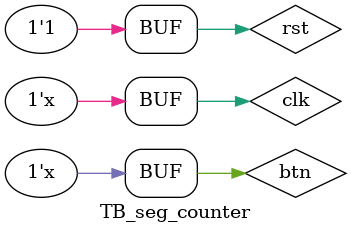
<source format=v>
`timescale 1ns / 1ps


module TB_seg_counter();

reg clk, rst, btn;
wire [7:0] seg_data;
wire [7:0] seg_sel;

seg_counter u0(clk, rst, btn, seg_data, seg_sel);

initial begin
    clk <= 0;
    rst <= 1;
    btn <= 0;
    #10 rst <= 0;
    #10 rst <= 1;
end

always begin
    #5 clk <= ~clk;
end

always begin
    #40 btn <= ~btn;
end

endmodule

</source>
